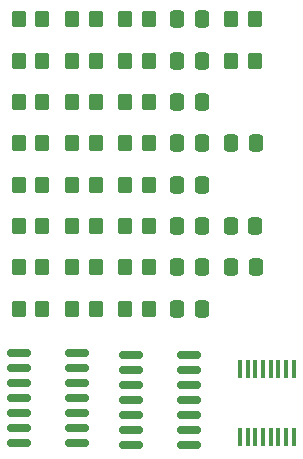
<source format=gbr>
%TF.GenerationSoftware,KiCad,Pcbnew,8.0.4*%
%TF.CreationDate,2024-08-15T03:18:53+02:00*%
%TF.ProjectId,breakout_dac,62726561-6b6f-4757-945f-6461632e6b69,rev?*%
%TF.SameCoordinates,Original*%
%TF.FileFunction,Paste,Top*%
%TF.FilePolarity,Positive*%
%FSLAX46Y46*%
G04 Gerber Fmt 4.6, Leading zero omitted, Abs format (unit mm)*
G04 Created by KiCad (PCBNEW 8.0.4) date 2024-08-15 03:18:53*
%MOMM*%
%LPD*%
G01*
G04 APERTURE LIST*
G04 Aperture macros list*
%AMRoundRect*
0 Rectangle with rounded corners*
0 $1 Rounding radius*
0 $2 $3 $4 $5 $6 $7 $8 $9 X,Y pos of 4 corners*
0 Add a 4 corners polygon primitive as box body*
4,1,4,$2,$3,$4,$5,$6,$7,$8,$9,$2,$3,0*
0 Add four circle primitives for the rounded corners*
1,1,$1+$1,$2,$3*
1,1,$1+$1,$4,$5*
1,1,$1+$1,$6,$7*
1,1,$1+$1,$8,$9*
0 Add four rect primitives between the rounded corners*
20,1,$1+$1,$2,$3,$4,$5,0*
20,1,$1+$1,$4,$5,$6,$7,0*
20,1,$1+$1,$6,$7,$8,$9,0*
20,1,$1+$1,$8,$9,$2,$3,0*%
G04 Aperture macros list end*
%ADD10RoundRect,0.051250X0.153750X-0.733750X0.153750X0.733750X-0.153750X0.733750X-0.153750X-0.733750X0*%
%ADD11RoundRect,0.150000X-0.835000X-0.150000X0.835000X-0.150000X0.835000X0.150000X-0.835000X0.150000X0*%
%ADD12RoundRect,0.150000X0.835000X0.150000X-0.835000X0.150000X-0.835000X-0.150000X0.835000X-0.150000X0*%
%ADD13RoundRect,0.250000X-0.350000X-0.450000X0.350000X-0.450000X0.350000X0.450000X-0.350000X0.450000X0*%
%ADD14RoundRect,0.250000X-0.337500X-0.475000X0.337500X-0.475000X0.337500X0.475000X-0.337500X0.475000X0*%
G04 APERTURE END LIST*
D10*
%TO.C,dac*%
X81225000Y-126870000D03*
X81875000Y-126870000D03*
X82525000Y-126870000D03*
X83175000Y-126870000D03*
X83825000Y-126870000D03*
X84475000Y-126870000D03*
X85125000Y-126870000D03*
X85775000Y-126870000D03*
X85775000Y-121130000D03*
X85125000Y-121130000D03*
X84475000Y-121130000D03*
X83825000Y-121130000D03*
X83175000Y-121130000D03*
X82525000Y-121130000D03*
X81875000Y-121130000D03*
X81225000Y-121130000D03*
%TD*%
D11*
%TO.C,opa2*%
X62500000Y-119730000D03*
X62500000Y-121000000D03*
X62500000Y-122270000D03*
X62500000Y-123540000D03*
X62500000Y-124810000D03*
X62500000Y-126080000D03*
X62500000Y-127350000D03*
X67450000Y-127350000D03*
X67450000Y-126080000D03*
X67450000Y-124810000D03*
X67450000Y-123540000D03*
X67450000Y-122270000D03*
X67450000Y-121000000D03*
X67450000Y-119730000D03*
%TD*%
D12*
%TO.C,opa1*%
X76925000Y-127500000D03*
X76925000Y-126230000D03*
X76925000Y-124960000D03*
X76925000Y-123690000D03*
X76925000Y-122420000D03*
X76925000Y-121150000D03*
X76925000Y-119880000D03*
X71975000Y-119880000D03*
X71975000Y-121150000D03*
X71975000Y-122420000D03*
X71975000Y-123690000D03*
X71975000Y-124960000D03*
X71975000Y-126230000D03*
X71975000Y-127500000D03*
%TD*%
D13*
%TO.C,R26*%
X71500000Y-116000000D03*
X73500000Y-116000000D03*
%TD*%
%TO.C,R25*%
X71500000Y-112500000D03*
X73500000Y-112500000D03*
%TD*%
%TO.C,R24*%
X71500000Y-102000000D03*
X73500000Y-102000000D03*
%TD*%
%TO.C,R23*%
X71500000Y-98500000D03*
X73500000Y-98500000D03*
%TD*%
%TO.C,R22*%
X67000000Y-105500000D03*
X69000000Y-105500000D03*
%TD*%
%TO.C,R21*%
X67000000Y-109000000D03*
X69000000Y-109000000D03*
%TD*%
%TO.C,R20*%
X67000000Y-112500000D03*
X69000000Y-112500000D03*
%TD*%
%TO.C,R19*%
X67000000Y-116000000D03*
X69000000Y-116000000D03*
%TD*%
%TO.C,R18*%
X80500000Y-91500000D03*
X82500000Y-91500000D03*
%TD*%
%TO.C,R17*%
X80500000Y-95000000D03*
X82500000Y-95000000D03*
%TD*%
%TO.C,R16*%
X62500000Y-109000000D03*
X64500000Y-109000000D03*
%TD*%
%TO.C,R15*%
X62500000Y-105500000D03*
X64500000Y-105500000D03*
%TD*%
%TO.C,R14*%
X64500000Y-116000000D03*
X62500000Y-116000000D03*
%TD*%
%TO.C,R13*%
X62500000Y-112500000D03*
X64500000Y-112500000D03*
%TD*%
%TO.C,R12*%
X71500000Y-109000000D03*
X73500000Y-109000000D03*
%TD*%
%TO.C,R11*%
X71500000Y-105500000D03*
X73500000Y-105500000D03*
%TD*%
%TO.C,R10*%
X71500000Y-95000000D03*
X73500000Y-95000000D03*
%TD*%
%TO.C,R9*%
X71500000Y-91500000D03*
X73500000Y-91500000D03*
%TD*%
%TO.C,R8*%
X67000000Y-102000000D03*
X69000000Y-102000000D03*
%TD*%
%TO.C,R7*%
X67000000Y-98500000D03*
X69000000Y-98500000D03*
%TD*%
%TO.C,R6*%
X67000000Y-95000000D03*
X69000000Y-95000000D03*
%TD*%
%TO.C,R5*%
X67000000Y-91500000D03*
X69000000Y-91500000D03*
%TD*%
%TO.C,R4*%
X62500000Y-102000000D03*
X64500000Y-102000000D03*
%TD*%
%TO.C,R3*%
X62500000Y-98500000D03*
X64500000Y-98500000D03*
%TD*%
%TO.C,R2*%
X62500000Y-95000000D03*
X64500000Y-95000000D03*
%TD*%
%TO.C,R1*%
X62500000Y-91500000D03*
X64500000Y-91500000D03*
%TD*%
D14*
%TO.C,C11*%
X78000000Y-102000000D03*
X75925000Y-102000000D03*
%TD*%
%TO.C,C10*%
X78000000Y-98500000D03*
X75925000Y-98500000D03*
%TD*%
%TO.C,C9*%
X78000000Y-95000000D03*
X75925000Y-95000000D03*
%TD*%
%TO.C,C8*%
X78000000Y-91500000D03*
X75925000Y-91500000D03*
%TD*%
%TO.C,C7*%
X80425000Y-109000000D03*
X82500000Y-109000000D03*
%TD*%
%TO.C,C6*%
X80500000Y-102000000D03*
X82575000Y-102000000D03*
%TD*%
%TO.C,C5*%
X80500000Y-112500000D03*
X82575000Y-112500000D03*
%TD*%
%TO.C,C4*%
X78000000Y-105500000D03*
X75925000Y-105500000D03*
%TD*%
%TO.C,C3*%
X78000000Y-109000000D03*
X75925000Y-109000000D03*
%TD*%
%TO.C,C2*%
X78000000Y-112500000D03*
X75925000Y-112500000D03*
%TD*%
%TO.C,C1*%
X78000000Y-116000000D03*
X75925000Y-116000000D03*
%TD*%
M02*

</source>
